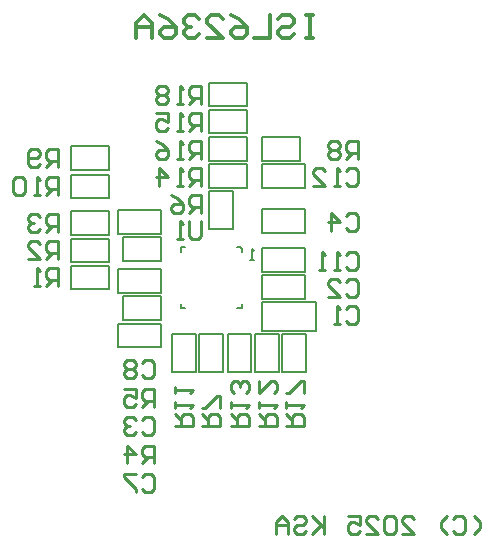
<source format=gbo>
G04*
G04 #@! TF.GenerationSoftware,Altium Limited,Altium Designer,25.2.1 (25)*
G04*
G04 Layer_Color=32896*
%FSLAX44Y44*%
%MOMM*%
G71*
G04*
G04 #@! TF.SameCoordinates,AC2081E8-41FF-4463-B602-B75E9B52F610*
G04*
G04*
G04 #@! TF.FilePolarity,Positive*
G04*
G01*
G75*
%ADD10C,0.2000*%
%ADD11C,0.2540*%
%ADD46C,0.3500*%
D10*
X276000Y272000D02*
Y274000D01*
Y224000D02*
Y228000D01*
X272000Y224000D02*
X276000D01*
X224000D02*
X228000D01*
X224000D02*
Y228000D01*
Y272000D02*
Y276000D01*
X228000D01*
X272000D02*
X274000D01*
X276000Y274000D01*
X237000Y170000D02*
Y202000D01*
X217000Y170000D02*
X237000D01*
X217000D02*
Y202000D01*
X237000D01*
X240000Y170000D02*
Y202000D01*
X260000D01*
Y170000D02*
Y202000D01*
X240000Y170000D02*
X260000D01*
X284000D02*
Y202000D01*
X264000Y170000D02*
X284000D01*
X264000D02*
Y202000D01*
X284000D01*
X287000Y170000D02*
Y202000D01*
X307000D01*
Y170000D02*
Y202000D01*
X287000Y170000D02*
X307000D01*
X330000D02*
Y202000D01*
X310000Y170000D02*
X330000D01*
X310000D02*
Y202000D01*
X330000D01*
X339000Y205000D02*
Y229000D01*
X293000D02*
X339000D01*
X293000Y205000D02*
Y229000D01*
Y205000D02*
X339000D01*
X293000Y232000D02*
X329000D01*
X293000D02*
Y252000D01*
X329000D01*
Y232000D02*
Y252000D01*
X293000Y275000D02*
X329000D01*
Y255000D02*
Y275000D01*
X293000Y255000D02*
X329000D01*
X293000D02*
Y275000D01*
Y288000D02*
X329000D01*
X293000D02*
Y308000D01*
X329000D01*
Y288000D02*
Y308000D01*
X293000Y346000D02*
X329000D01*
Y326000D02*
Y346000D01*
X293000Y326000D02*
X329000D01*
X293000D02*
Y346000D01*
Y349000D02*
X325000D01*
X293000D02*
Y369000D01*
X325000D01*
Y349000D02*
Y369000D01*
X248000Y291000D02*
Y323000D01*
X268000D01*
Y291000D02*
Y323000D01*
X248000Y291000D02*
X268000D01*
X248000Y346000D02*
X280000D01*
Y326000D02*
Y346000D01*
X248000Y326000D02*
X280000D01*
X248000D02*
Y346000D01*
Y369000D02*
X280000D01*
Y349000D02*
Y369000D01*
X248000Y349000D02*
X280000D01*
X248000D02*
Y369000D01*
Y392000D02*
X280000D01*
Y372000D02*
Y392000D01*
X248000Y372000D02*
X280000D01*
X248000D02*
Y392000D01*
Y395000D02*
X280000D01*
X248000D02*
Y415000D01*
X280000D01*
Y395000D02*
Y415000D01*
X171000Y191000D02*
X207000D01*
X171000D02*
Y211000D01*
X207000D01*
Y191000D02*
Y211000D01*
X175000Y234000D02*
X207000D01*
Y214000D02*
Y234000D01*
X175000Y214000D02*
X207000D01*
X175000D02*
Y234000D01*
X171000Y257000D02*
X207000D01*
Y237000D02*
Y257000D01*
X171000Y237000D02*
X207000D01*
X171000D02*
Y257000D01*
X175000Y264000D02*
X207000D01*
X175000D02*
Y284000D01*
X207000D01*
Y264000D02*
Y284000D01*
X171000Y307000D02*
X207000D01*
Y287000D02*
Y307000D01*
X171000Y287000D02*
X207000D01*
X171000D02*
Y307000D01*
X131000Y240000D02*
X163000D01*
X131000D02*
Y260000D01*
X163000D01*
Y240000D02*
Y260000D01*
X131000Y283000D02*
X163000D01*
Y263000D02*
Y283000D01*
X131000Y263000D02*
X163000D01*
X131000D02*
Y283000D01*
Y286000D02*
X163000D01*
X131000D02*
Y306000D01*
X163000D01*
Y286000D02*
Y306000D01*
X131000Y317000D02*
X163000D01*
X131000D02*
Y337000D01*
X163000D01*
Y317000D02*
Y337000D01*
X131000Y341000D02*
X163000D01*
X131000D02*
Y361000D01*
X163000D01*
Y341000D02*
Y361000D01*
X286000Y265000D02*
X283001D01*
X284501D01*
Y273997D01*
X286000Y272498D01*
D11*
X472382Y32540D02*
X477460Y37618D01*
Y42697D01*
X472382Y47775D01*
X454607Y45236D02*
X457147Y47775D01*
X462225D01*
X464764Y45236D01*
Y35079D01*
X462225Y32540D01*
X457147D01*
X454607Y35079D01*
X449529Y32540D02*
X444451Y37618D01*
Y42697D01*
X449529Y47775D01*
X411441Y32540D02*
X421598D01*
X411441Y42697D01*
Y45236D01*
X413981Y47775D01*
X419059D01*
X421598Y45236D01*
X406363D02*
X403824Y47775D01*
X398745D01*
X396206Y45236D01*
Y35079D01*
X398745Y32540D01*
X403824D01*
X406363Y35079D01*
Y45236D01*
X380971Y32540D02*
X391128D01*
X380971Y42697D01*
Y45236D01*
X383510Y47775D01*
X388589D01*
X391128Y45236D01*
X365736Y47775D02*
X375893D01*
Y40157D01*
X370815Y42697D01*
X368275D01*
X365736Y40157D01*
Y35079D01*
X368275Y32540D01*
X373354D01*
X375893Y35079D01*
X345423Y47775D02*
Y32540D01*
Y37618D01*
X335266Y47775D01*
X342883Y40157D01*
X335266Y32540D01*
X320031Y45236D02*
X322570Y47775D01*
X327649D01*
X330188Y45236D01*
Y42697D01*
X327649Y40157D01*
X322570D01*
X320031Y37618D01*
Y35079D01*
X322570Y32540D01*
X327649D01*
X330188Y35079D01*
X314953Y32540D02*
Y42697D01*
X309874Y47775D01*
X304796Y42697D01*
Y32540D01*
Y40157D01*
X314953D01*
X241000Y298235D02*
Y285539D01*
X238461Y283000D01*
X233382D01*
X230843Y285539D01*
Y298235D01*
X225765Y283000D02*
X220687D01*
X223226D01*
Y298235D01*
X225765Y295696D01*
X241508Y396542D02*
Y411777D01*
X233890D01*
X231351Y409238D01*
Y404160D01*
X233890Y401620D01*
X241508D01*
X236430D02*
X231351Y396542D01*
X226273D02*
X221195D01*
X223734D01*
Y411777D01*
X226273Y409238D01*
X213577D02*
X211038Y411777D01*
X205959D01*
X203420Y409238D01*
Y406699D01*
X205959Y404160D01*
X203420Y401620D01*
Y399081D01*
X205959Y396542D01*
X211038D01*
X213577Y399081D01*
Y401620D01*
X211038Y404160D01*
X213577Y406699D01*
Y409238D01*
X211038Y404160D02*
X205959D01*
X313000Y124000D02*
X328235D01*
Y131617D01*
X325696Y134157D01*
X320617D01*
X318078Y131617D01*
Y124000D01*
Y129078D02*
X313000Y134157D01*
Y139235D02*
Y144313D01*
Y141774D01*
X328235D01*
X325696Y139235D01*
X328235Y151931D02*
Y162088D01*
X325696D01*
X315539Y151931D01*
X313000D01*
X241508Y350568D02*
Y365803D01*
X233890D01*
X231351Y363264D01*
Y358186D01*
X233890Y355646D01*
X241508D01*
X236430D02*
X231351Y350568D01*
X226273D02*
X221195D01*
X223734D01*
Y365803D01*
X226273Y363264D01*
X203420Y365803D02*
X208499Y363264D01*
X213577Y358186D01*
Y353107D01*
X211038Y350568D01*
X205959D01*
X203420Y353107D01*
Y355646D01*
X205959Y358186D01*
X213577D01*
X241508Y373682D02*
Y388917D01*
X233890D01*
X231351Y386378D01*
Y381300D01*
X233890Y378760D01*
X241508D01*
X236430D02*
X231351Y373682D01*
X226273D02*
X221195D01*
X223734D01*
Y388917D01*
X226273Y386378D01*
X203420Y388917D02*
X213577D01*
Y381300D01*
X208499Y383839D01*
X205959D01*
X203420Y381300D01*
Y376221D01*
X205959Y373682D01*
X211038D01*
X213577Y376221D01*
X241508Y327708D02*
Y342943D01*
X233890D01*
X231351Y340404D01*
Y335326D01*
X233890Y332786D01*
X241508D01*
X236430D02*
X231351Y327708D01*
X226273D02*
X221195D01*
X223734D01*
Y342943D01*
X226273Y340404D01*
X205959Y327708D02*
Y342943D01*
X213577Y335326D01*
X203420D01*
X266500Y124000D02*
X281735D01*
Y131617D01*
X279196Y134157D01*
X274118D01*
X271578Y131617D01*
Y124000D01*
Y129078D02*
X266500Y134157D01*
Y139235D02*
Y144313D01*
Y141774D01*
X281735D01*
X279196Y139235D01*
Y151931D02*
X281735Y154470D01*
Y159549D01*
X279196Y162088D01*
X276657D01*
X274118Y159549D01*
Y157009D01*
Y159549D01*
X271578Y162088D01*
X269039D01*
X266500Y159549D01*
Y154470D01*
X269039Y151931D01*
X290000Y124000D02*
X305235D01*
Y131617D01*
X302696Y134157D01*
X297617D01*
X295078Y131617D01*
Y124000D01*
Y129078D02*
X290000Y134157D01*
Y139235D02*
Y144313D01*
Y141774D01*
X305235D01*
X302696Y139235D01*
X290000Y162088D02*
Y151931D01*
X300157Y162088D01*
X302696D01*
X305235Y159549D01*
Y154470D01*
X302696Y151931D01*
X219500Y124000D02*
X234735D01*
Y131617D01*
X232196Y134157D01*
X227118D01*
X224578Y131617D01*
Y124000D01*
Y129078D02*
X219500Y134157D01*
Y139235D02*
Y144313D01*
Y141774D01*
X234735D01*
X232196Y139235D01*
X219500Y151931D02*
Y157009D01*
Y154470D01*
X234735D01*
X232196Y151931D01*
X120414Y319564D02*
Y334799D01*
X112796D01*
X110257Y332260D01*
Y327182D01*
X112796Y324642D01*
X120414D01*
X115336D02*
X110257Y319564D01*
X105179D02*
X100101D01*
X102640D01*
Y334799D01*
X105179Y332260D01*
X92483D02*
X89944Y334799D01*
X84866D01*
X82326Y332260D01*
Y322103D01*
X84866Y319564D01*
X89944D01*
X92483Y322103D01*
Y332260D01*
X120414Y343694D02*
Y358929D01*
X112796D01*
X110257Y356390D01*
Y351311D01*
X112796Y348772D01*
X120414D01*
X115336D02*
X110257Y343694D01*
X105179Y346233D02*
X102640Y343694D01*
X97561D01*
X95022Y346233D01*
Y356390D01*
X97561Y358929D01*
X102640D01*
X105179Y356390D01*
Y353851D01*
X102640Y351311D01*
X95022D01*
X374436Y350568D02*
Y365803D01*
X366819D01*
X364279Y363264D01*
Y358186D01*
X366819Y355646D01*
X374436D01*
X369358D02*
X364279Y350568D01*
X359201Y363264D02*
X356662Y365803D01*
X351583D01*
X349044Y363264D01*
Y360725D01*
X351583Y358186D01*
X349044Y355646D01*
Y353107D01*
X351583Y350568D01*
X356662D01*
X359201Y353107D01*
Y355646D01*
X356662Y358186D01*
X359201Y360725D01*
Y363264D01*
X356662Y358186D02*
X351583D01*
X242500Y124000D02*
X257735D01*
Y131617D01*
X255196Y134157D01*
X250118D01*
X247578Y131617D01*
Y124000D01*
Y129078D02*
X242500Y134157D01*
X257735Y139235D02*
Y149392D01*
X255196D01*
X245039Y139235D01*
X242500D01*
X241508Y304594D02*
Y319829D01*
X233890D01*
X231351Y317290D01*
Y312211D01*
X233890Y309672D01*
X241508D01*
X236430D02*
X231351Y304594D01*
X216116Y319829D02*
X221195Y317290D01*
X226273Y312211D01*
Y307133D01*
X223734Y304594D01*
X218655D01*
X216116Y307133D01*
Y309672D01*
X218655Y312211D01*
X226273D01*
X201356Y140589D02*
Y155824D01*
X193738D01*
X191199Y153285D01*
Y148207D01*
X193738Y145667D01*
X201356D01*
X196278D02*
X191199Y140589D01*
X175964Y155824D02*
X186121D01*
Y148207D01*
X181043Y150746D01*
X178503D01*
X175964Y148207D01*
Y143128D01*
X178503Y140589D01*
X183582D01*
X186121Y143128D01*
X201356Y92583D02*
Y107818D01*
X193738D01*
X191199Y105279D01*
Y100201D01*
X193738Y97661D01*
X201356D01*
X196278D02*
X191199Y92583D01*
X178503D02*
Y107818D01*
X186121Y100201D01*
X175964D01*
X120414Y288576D02*
Y303811D01*
X112796D01*
X110257Y301272D01*
Y296194D01*
X112796Y293654D01*
X120414D01*
X115336D02*
X110257Y288576D01*
X105179Y301272D02*
X102640Y303811D01*
X97561D01*
X95022Y301272D01*
Y298733D01*
X97561Y296194D01*
X100101D01*
X97561D01*
X95022Y293654D01*
Y291115D01*
X97561Y288576D01*
X102640D01*
X105179Y291115D01*
X120414Y265716D02*
Y280951D01*
X112796D01*
X110257Y278412D01*
Y273333D01*
X112796Y270794D01*
X120414D01*
X115336D02*
X110257Y265716D01*
X95022D02*
X105179D01*
X95022Y275873D01*
Y278412D01*
X97561Y280951D01*
X102640D01*
X105179Y278412D01*
X120414Y242602D02*
Y257837D01*
X112796D01*
X110257Y255298D01*
Y250219D01*
X112796Y247680D01*
X120414D01*
X115336D02*
X110257Y242602D01*
X105179D02*
X100101D01*
X102640D01*
Y257837D01*
X105179Y255298D01*
X364279Y340404D02*
X366819Y342943D01*
X371897D01*
X374436Y340404D01*
Y330247D01*
X371897Y327708D01*
X366819D01*
X364279Y330247D01*
X359201Y327708D02*
X354123D01*
X356662D01*
Y342943D01*
X359201Y340404D01*
X336348Y327708D02*
X346505D01*
X336348Y337865D01*
Y340404D01*
X338887Y342943D01*
X343966D01*
X346505Y340404D01*
X364279Y269284D02*
X366819Y271823D01*
X371897D01*
X374436Y269284D01*
Y259127D01*
X371897Y256588D01*
X366819D01*
X364279Y259127D01*
X359201Y256588D02*
X354123D01*
X356662D01*
Y271823D01*
X359201Y269284D01*
X346505Y256588D02*
X341427D01*
X343966D01*
Y271823D01*
X346505Y269284D01*
X191199Y177288D02*
X193738Y179827D01*
X198817D01*
X201356Y177288D01*
Y167131D01*
X198817Y164592D01*
X193738D01*
X191199Y167131D01*
X186121Y177288D02*
X183582Y179827D01*
X178503D01*
X175964Y177288D01*
Y174749D01*
X178503Y172209D01*
X175964Y169670D01*
Y167131D01*
X178503Y164592D01*
X183582D01*
X186121Y167131D01*
Y169670D01*
X183582Y172209D01*
X186121Y174749D01*
Y177288D01*
X183582Y172209D02*
X178503D01*
X191199Y81276D02*
X193738Y83815D01*
X198817D01*
X201356Y81276D01*
Y71119D01*
X198817Y68580D01*
X193738D01*
X191199Y71119D01*
X186121Y83815D02*
X175964D01*
Y81276D01*
X186121Y71119D01*
Y68580D01*
X364279Y302304D02*
X366819Y304843D01*
X371897D01*
X374436Y302304D01*
Y292147D01*
X371897Y289608D01*
X366819D01*
X364279Y292147D01*
X351583Y289608D02*
Y304843D01*
X359201Y297225D01*
X349044D01*
X191199Y129282D02*
X193738Y131821D01*
X198817D01*
X201356Y129282D01*
Y119125D01*
X198817Y116586D01*
X193738D01*
X191199Y119125D01*
X186121Y129282D02*
X183582Y131821D01*
X178503D01*
X175964Y129282D01*
Y126743D01*
X178503Y124204D01*
X181043D01*
X178503D01*
X175964Y121664D01*
Y119125D01*
X178503Y116586D01*
X183582D01*
X186121Y119125D01*
X364279Y246424D02*
X366819Y248963D01*
X371897D01*
X374436Y246424D01*
Y236267D01*
X371897Y233728D01*
X366819D01*
X364279Y236267D01*
X349044Y233728D02*
X359201D01*
X349044Y243885D01*
Y246424D01*
X351583Y248963D01*
X356662D01*
X359201Y246424D01*
X364279Y223310D02*
X366819Y225849D01*
X371897D01*
X374436Y223310D01*
Y213153D01*
X371897Y210614D01*
X366819D01*
X364279Y213153D01*
X359201Y210614D02*
X354123D01*
X356662D01*
Y225849D01*
X359201Y223310D01*
D46*
X336500Y472494D02*
X329836D01*
X333168D01*
Y452500D01*
X336500D01*
X329836D01*
X306510Y469161D02*
X309842Y472494D01*
X316507D01*
X319839Y469161D01*
Y465829D01*
X316507Y462497D01*
X309842D01*
X306510Y459165D01*
Y455832D01*
X309842Y452500D01*
X316507D01*
X319839Y455832D01*
X299845Y472494D02*
Y452500D01*
X286516D01*
X266523Y472494D02*
X273187Y469161D01*
X279852Y462497D01*
Y455832D01*
X276519Y452500D01*
X269855D01*
X266523Y455832D01*
Y459165D01*
X269855Y462497D01*
X279852D01*
X246529Y452500D02*
X259858D01*
X246529Y465829D01*
Y469161D01*
X249861Y472494D01*
X256526D01*
X259858Y469161D01*
X239865D02*
X236532Y472494D01*
X229868D01*
X226535Y469161D01*
Y465829D01*
X229868Y462497D01*
X233200D01*
X229868D01*
X226535Y459165D01*
Y455832D01*
X229868Y452500D01*
X236532D01*
X239865Y455832D01*
X206542Y472494D02*
X213207Y469161D01*
X219871Y462497D01*
Y455832D01*
X216539Y452500D01*
X209874D01*
X206542Y455832D01*
Y459165D01*
X209874Y462497D01*
X219871D01*
X199877Y452500D02*
Y465829D01*
X193213Y472494D01*
X186548Y465829D01*
Y452500D01*
Y462497D01*
X199877D01*
M02*

</source>
